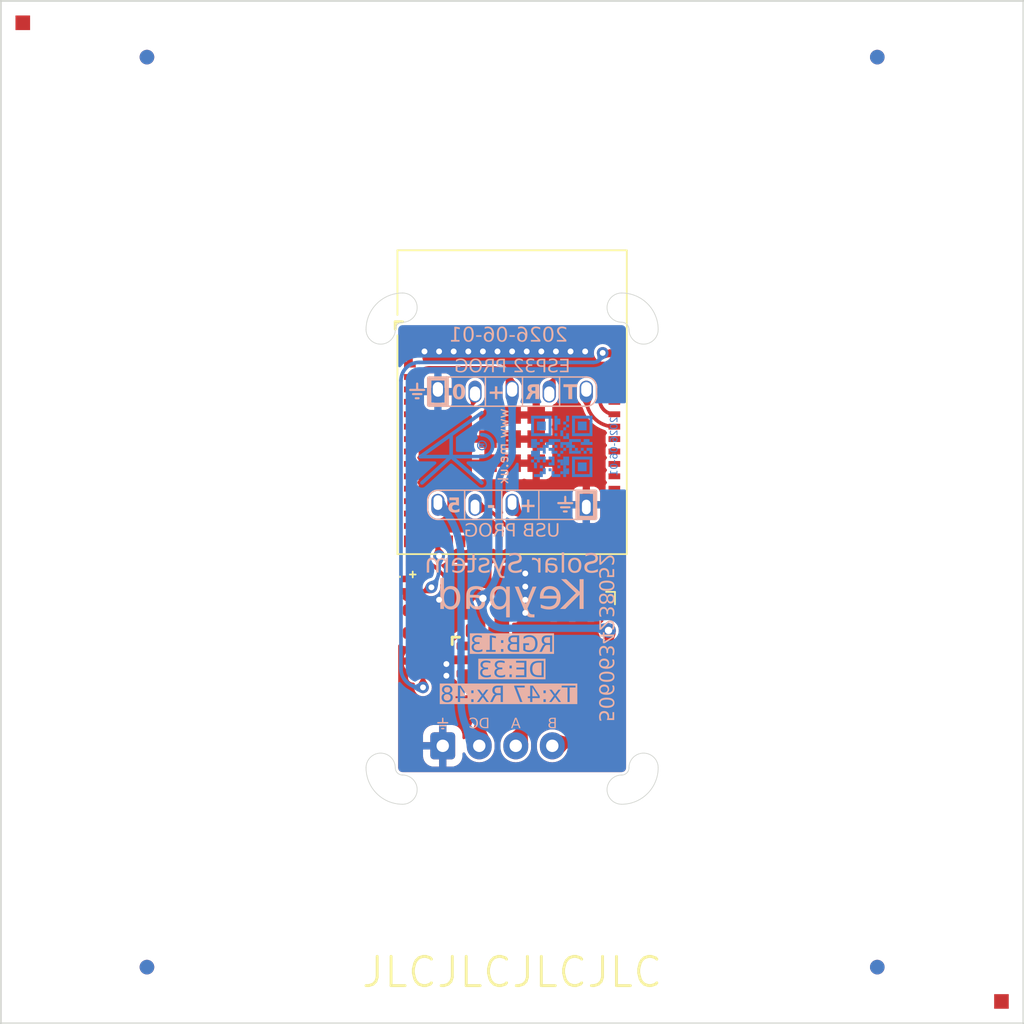
<source format=kicad_pcb>
(kicad_pcb (version 20221018) (generator pcbnew)
  (title_block (title "Generic ESP32 with GPIO") (rev "5") (company "Adrian Kennard Andrews & Arnold Ltd") (comment 1 "www.me.uk") (comment 2 "@TheRealRevK"))
  (layers (0 "F.Cu" signal) (31 "B.Cu" signal) (34 "B.Paste" user) (35 "F.Paste" user) (36 "B.SilkS" user "B.Silkscreen") (37 "F.SilkS" user "F.Silkscreen") (38 "B.Mask" user) (39 "F.Mask" user) (44 "Edge.Cuts" user))
  (net 0 "")
  (net 1 "GND")
  (net 2 "+3V3")
  (net 3 "Net-(U3-EN)")
  (net 5 "Net-(J1-Pin_3)")
  (net 6 "Net-(J1-Pin_4)")
  (net 8 "DC")
  (net 9 "D-")
  (net 10 "D+")
  (net 11 "Net-(J3-0)")
  (net 12 "Net-(J3-Rx)")
  (net 13 "Net-(J3-Tx)")
  (net 16 "LED")
  (net 18 "TX")
  (net 19 "RX")
  (net 20 "DE")
  (footprint "RevK:R_0402" (layer "F.Cu") (at 94.4 110.7 -90)
    (fp_text reference "R7" hide)
    (fp_text value "10K" hide)
    (pad "1" smd roundrect (at -0.5 0 270) (size 0.54 0.64) (layers "F.Cu" "F.Paste" "F.Mask") (net 2 "+3V3"))
    (pad "2" smd roundrect (at 0.5 0 270) (size 0.54 0.64) (layers "F.Cu" "F.Paste" "F.Mask") (net 3 "Net-(U3-EN)"))
  )
  (footprint "RevK:SMD1010" (layer "F.Cu") (at 93.075 105)
    (fp_text reference "D1" hide)
    (fp_text value "XL-1010RGBC-WS2812B" hide)
    (pad "1" smd rect (at -0.425 -0.425) (size 0.45 0.45) (layers "F.Cu" "F.Paste" "F.Mask"))
    (pad "2" smd rect (at 0.425 -0.425) (size 0.45 0.45) (layers "F.Cu" "F.Paste" "F.Mask") (net 2 "+3V3"))
    (pad "3" smd rect (at -0.425 0.425) (size 0.45 0.45) (layers "F.Cu" "F.Paste" "F.Mask") (net 1 "GND"))
    (pad "4" smd rect (at 0.425 0.425) (size 0.45 0.45) (layers "F.Cu" "F.Paste" "F.Mask") (net 16 "LED"))
  )
  (footprint "RevK:Molex_MiniSPOX_H4V" (layer "F.Cu") (at 99 116)
    (fp_text reference "J1" hide)
    (fp_text value "Keypad")
    (pad "1" thru_hole roundrect (at -3.75 0) (size 1.7 1.85) (drill 0.85) (layers "*.Cu" "*.Mask") (roundrect_rratio 0.1470588235) (net 1 "GND"))
    (pad "2" thru_hole oval (at -1.25 0) (size 1.7 1.85) (drill 0.85) (layers "*.Cu" "*.Mask") (net 8 "DC"))
    (pad "3" thru_hole oval (at 1.25 0) (size 1.7 1.85) (drill 0.85) (layers "*.Cu" "*.Mask") (net 5 "Net-(J1-Pin_3)"))
    (pad "4" thru_hole oval (at 3.75 0) (size 1.7 1.85) (drill 0.85) (layers "*.Cu" "*.Mask") (net 6 "Net-(J1-Pin_4)"))
  )
  (footprint "RevK:PCB7070" (layer "F.Cu") (at 100 100)
    (fp_text reference "PCB1" hide)
    (fp_text value "70x70" hide)
    (fp_text user "JLCJLCJLCJLC" (at 0 31.5 unlocked) (layer "F.SilkS") (effects (font (size 2 2) (thickness 0.2))))
    (fp_rect (start -34 -34) (end -33 -33) (fill solid) (layer "F.Cu"))
    (fp_rect (start 33 33) (end 34 34) (fill solid) (layer "F.Cu"))
    (fp_line (start -35 -35) (end 35 -35) (stroke (width 0.12)) (layer "Edge.Cuts"))
    (fp_line (start -35 35) (end -35 -35) (stroke (width 0.12)) (layer "Edge.Cuts"))
    (fp_line (start 35 -35) (end 35 35) (stroke (width 0.12)) (layer "Edge.Cuts"))
    (fp_line (start 35 35) (end -35 35) (stroke (width 0.12)) (layer "Edge.Cuts"))
    (pad "" np_thru_hole circle (at -33 33) (size 1.1 1.1) (drill 1.1) (layers "F&B.Cu" "*.Mask") (clearance 0.1))
    (pad "" np_thru_hole circle (at -30 -30) (size 2 2) (drill 2) (layers "F&B.Cu" "*.Mask") (clearance 0.1))
    (pad "" np_thru_hole circle (at -30 30) (size 2 2) (drill 2) (layers "F&B.Cu" "*.Mask") (clearance 0.1))
    (pad "" np_thru_hole circle (at 30 -30) (size 2 2) (drill 2) (layers "F&B.Cu" "*.Mask") (clearance 0.1))
    (pad "" np_thru_hole circle (at 30 30) (size 2 2) (drill 2) (layers "F&B.Cu" "*.Mask") (clearance 0.1))
    (pad "" np_thru_hole circle (at 33 -33) (size 1.1 1.1) (drill 1.1) (layers "F&B.Cu" "*.Mask") (clearance 0.1))
    (pad "1" smd circle (at -25 -31.15) (size 1 1) (property pad_prop_fiducial_loc) (layers "F.Cu" "F.Paste" "F.Mask") (clearance 0.5))
    (pad "1" smd circle (at -25 -31.15) (size 1 1) (property pad_prop_fiducial_loc) (layers "B.Cu" "B.Paste" "B.Mask") (clearance 0.5))
    (pad "1" smd circle (at -25 31.15) (size 1 1) (property pad_prop_fiducial_loc) (layers "F.Cu" "F.Paste" "F.Mask") (clearance 0.5))
    (pad "1" smd circle (at -25 31.15) (size 1 1) (property pad_prop_fiducial_loc) (layers "B.Cu" "B.Paste" "B.Mask") (clearance 0.5))
    (pad "1" smd circle (at 25 -31.15) (size 1 1) (property pad_prop_fiducial_loc) (layers "F.Cu" "F.Paste" "F.Mask") (clearance 0.5))
    (pad "1" smd circle (at 25 -31.15) (size 1 1) (property pad_prop_fiducial_loc) (layers "B.Cu" "B.Paste" "B.Mask") (clearance 0.5))
    (pad "1" smd circle (at 25 31.15) (size 1 1) (property pad_prop_fiducial_loc) (layers "F.Cu" "F.Paste" "F.Mask") (clearance 0.5))
    (pad "1" smd circle (at 25 31.15) (size 1 1) (property pad_prop_fiducial_loc) (layers "B.Cu" "B.Paste" "B.Mask") (clearance 0.5))
  )
  (footprint "RevK:SO-8_3.9x4.9mm_P1.27mm" (layer "F.Cu") (at 104.75 109 -90)
    (fp_text reference "U1" hide)
    (fp_text value "SP3485")
    (pad "1" smd roundrect (at -2.575 -1.905 270) (size 1.75 0.6) (layers "F.Cu" "F.Paste" "F.Mask") (net 19 "RX"))
    (pad "2" smd roundrect (at -2.575 -0.635 270) (size 1.75 0.6) (layers "F.Cu" "F.Paste" "F.Mask") (net 20 "DE"))
    (pad "3" smd roundrect (at -2.575 0.635 270) (size 1.75 0.6) (layers "F.Cu" "F.Paste" "F.Mask") (net 20 "DE"))
    (pad "4" smd roundrect (at -2.575 1.905 270) (size 1.75 0.6) (layers "F.Cu" "F.Paste" "F.Mask") (net 18 "TX"))
    (pad "5" smd roundrect (at 2.575 1.905 270) (size 1.75 0.6) (layers "F.Cu" "F.Paste" "F.Mask") (net 1 "GND"))
    (pad "6" smd roundrect (at 2.575 0.635 270) (size 1.75 0.6) (layers "F.Cu" "F.Paste" "F.Mask") (net 5 "Net-(J1-Pin_3)"))
    (pad "7" smd roundrect (at 2.575 -0.635 270) (size 1.75 0.6) (layers "F.Cu" "F.Paste" "F.Mask") (net 6 "Net-(J1-Pin_4)"))
    (pad "8" smd roundrect (at 2.575 -1.905 270) (size 1.75 0.6) (layers "F.Cu" "F.Paste" "F.Mask") (net 2 "+3V3"))
  )
  (footprint "RevK:C_0402" (layer "F.Cu") (at 94 107.775 -90)
    (fp_text reference "C2" hide)
    (fp_text value "100nF" hide)
    (pad "1" smd roundrect (at -0.5 0 270) (size 0.54 0.64) (layers "F.Cu" "F.Paste" "F.Mask") (net 2 "+3V3"))
    (pad "2" smd roundrect (at 0.5 0 270) (size 0.54 0.64) (layers "F.Cu" "F.Paste" "F.Mask") (net 1 "GND"))
  )
  (footprint "RevK:C_0603" (layer "F.Cu") (at 93 107.5 -90)
    (fp_text reference "C3" hide)
    (fp_text value "22uF")
    (pad "1" smd roundrect (at -0.775 0 270) (size 0.8 0.95) (layers "F.Cu" "F.Paste" "F.Mask") (net 2 "+3V3"))
    (pad "2" smd roundrect (at 0.775 0 270) (size 0.8 0.95) (layers "F.Cu" "F.Paste" "F.Mask") (net 1 "GND"))
  )
  (footprint "RevK:VCUT70N" (layer "F.Cu") (at 100 118 180)
    (fp_text reference "V6" hide)
    (fp_text value "~")
    (zone (net 0) (net_name "") (layers "F.Cu" "Cmts.User") (connect_pads (clearance 0)) (min_thickness 0.25)
      (keepout (tracks not_allowed) (vias allowed) (pads allowed) (copperpour not_allowed) (footprints allowed))
      (fill (thermal_gap 0.5) (thermal_bridge_width 0.5))
      (polygon (pts (xy 65 117.8) (xy 65 118.2) (xy 135 118.2) (xy 135 117.8)))
    )
    (zone (net 0) (net_name "") (layers "B.Cu" "Cmts.User") (connect_pads (clearance 0)) (min_thickness 0.25)
      (keepout (tracks not_allowed) (vias allowed) (pads allowed) (copperpour not_allowed) (footprints allowed))
      (fill (thermal_gap 0.5) (thermal_bridge_width 0.5))
      (polygon (pts (xy 65 117.8) (xy 65 118.2) (xy 135 118.2) (xy 135 117.8)))
    )
  )
  (footprint "RevK:VCUT70N" (layer "F.Cu") (at 92 100 90)
    (fp_text reference "V3" hide)
    (fp_text value "~")
    (zone (net 0) (net_name "") (layers "F.Cu" "Cmts.User") (connect_pads (clearance 0)) (min_thickness 0.25)
      (keepout (tracks not_allowed) (vias allowed) (pads allowed) (copperpour not_allowed) (footprints allowed))
      (fill (thermal_gap 0.5) (thermal_bridge_width 0.5))
      (polygon (pts (xy 92.2 65) (xy 91.8 65) (xy 91.8 135) (xy 92.2 135)))
    )
    (zone (net 0) (net_name "") (layers "B.Cu" "Cmts.User") (connect_pads (clearance 0)) (min_thickness 0.25)
      (keepout (tracks not_allowed) (vias allowed) (pads allowed) (copperpour not_allowed) (footprints allowed))
      (fill (thermal_gap 0.5) (thermal_bridge_width 0.5))
      (polygon (pts (xy 92.2 65) (xy 91.8 65) (xy 91.8 135) (xy 92.2 135)))
    )
  )
  (footprint "RevK:SOT-23-6-MD8942" (layer "F.Cu") (at 98 110.115 180)
    (fp_text reference "U5" hide)
    (fp_text value "MD8942")
    (pad "1" smd rect (at 0.7625 1.5 180) (size 0.525 0.8) (layers "F.Cu"))
    (pad "1" smd roundrect (at 0.775 2 180) (size 0.8 0.95) (layers "F.Cu" "F.Paste" "F.Mask"))
    (pad "1" smd roundrect (at 1.1375 0.95 180) (size 1.325 0.6) (layers "F.Cu" "F.Paste" "F.Mask"))
    (pad "2" smd roundrect (at 1.1375 0 180) (size 1.325 0.6) (layers "F.Cu" "F.Paste" "F.Mask") (net 1 "GND"))
    (pad "2" smd rect (at 1.8 0 180) (size 0.8 0.6) (layers "F.Cu") (net 1 "GND"))
    (pad "2" smd roundrect (at 2.300001 -1.9 180) (size 0.54 0.64) (layers "F.Cu" "F.Paste" "F.Mask") (net 1 "GND"))
    (pad "2" smd roundrect (at 2.5 -0.72 180) (size 0.95 3) (layers "F.Cu") (net 1 "GND"))
    (pad "2" smd roundrect (at 2.5 0.525 180) (size 0.95 0.8) (layers "F.Cu" "F.Paste" "F.Mask") (net 1 "GND"))
    (pad "3" smd roundrect (at 0.5 -1.9 180) (size 0.54 0.64) (layers "F.Cu" "F.Paste" "F.Mask"))
    (pad "3" smd rect (at 0.625 -1.355 180) (size 0.29 0.89) (layers "F.Cu"))
    (pad "3" smd roundrect (at 1.1375 -0.95 180) (size 1.325 0.6) (layers "F.Cu" "F.Paste" "F.Mask"))
    (pad "3" smd rect (at 1.3 -1.45 180) (size 0.54 1) (layers "F.Cu"))
    (pad "3" smd roundrect (at 1.300001 -1.9 180) (size 0.54 0.64) (layers "F.Cu" "F.Paste" "F.Mask"))
    (pad "4" smd roundrect (at -1.3 -1.9 180) (size 0.54 0.64) (layers "F.Cu" "F.Paste" "F.Mask"))
    (pad "4" smd rect (at -1.3 -1.42 180) (size 0.54 1) (layers "F.Cu"))
    (pad "4" smd roundrect (at -1.1375 -0.95 180) (size 1.325 0.6) (layers "F.Cu" "F.Paste" "F.Mask"))
    (pad "5" smd roundrect (at -2.5 -0.72 180) (size 0.95 3) (layers "F.Cu") (net 8 "DC"))
    (pad "5" smd roundrect (at -2.5 0.525 180) (size 0.95 0.8) (layers "F.Cu" "F.Paste" "F.Mask") (net 8 "DC"))
    (pad "5" smd roundrect (at -2.3 -1.9 180) (size 0.54 0.64) (layers "F.Cu" "F.Paste" "F.Mask") (net 8 "DC"))
    (pad "5" smd rect (at -1.8 0 180) (size 0.8 0.6) (layers "F.Cu") (net 8 "DC"))
    (pad "5" smd roundrect (at -1.1375 0 180) (size 1.325 0.6) (layers "F.Cu" "F.Paste" "F.Mask") (net 8 "DC"))
    (pad "6" smd rect (at -1.5 4.6 180) (size 1.425 3.7) (layers "F.Cu" "F.Mask"))
    (pad "6" smd rect (at -1.3 1.975 180) (size 1 2) (layers "F.Cu"))
    (pad "6" smd roundrect (at -1.1375 0.95 180) (size 1.325 0.6) (layers "F.Cu" "F.Paste" "F.Mask"))
    (pad "6" smd roundrect (at -0.775 2 180) (size 0.8 0.95) (layers "F.Cu" "F.Paste" "F.Mask"))
    (pad "7" smd roundrect (at -2.69375 4.2 180) (size 0.5625 4.5) (layers "F.Cu") (net 1 "GND"))
    (pad "7" smd roundrect (at -2.5 2.075 180) (size 0.95 0.8) (layers "F.Cu" "F.Paste" "F.Mask") (net 1 "GND"))
    (pad "8" smd roundrect (at -0.5 -1.9 180) (size 0.54 0.64) (layers "F.Cu" "F.Paste" "F.Mask") (net 2 "+3V3"))
    (pad "8" smd custom (at 0 0.8 180) (size 0.35 3) (layers "F.Cu") (net 2 "+3V3") (options (clearance outline) (anchor rect)) (primitives (gr_arc (start -0.5 -2.71) (mid -0.129059 -2.154847) (end 0.001198 -1.5) (width 0.35)) (gr_arc (start 1.5 3) (mid 0.43934 2.56066) (end 0 1.5) (width 0.35))))
    (pad "8" smd rect (at 1.5 4.6 180) (size 1.425 3.7) (layers "F.Cu" "F.Mask") (net 2 "+3V3"))
    (pad "8" smd custom (at 1.8 3.6 180) (size 0.7 2) (layers "F.Cu") (net 2 "+3V3") (options (clearance outline) (anchor rect)) (primitives (gr_arc (start 0 -1) (mid 0.146447 -1.353553) (end 0.5 -1.5) (width 0.7))))
    (pad "8" smd roundrect (at 2.5 2.075 180) (size 0.95 0.8) (layers "F.Cu" "F.Paste" "F.Mask") (net 2 "+3V3"))
  )
  (footprint "RevK:C_0402" (layer "F.Cu") (at 93.4 110.7 90)
    (fp_text reference "C4" hide)
    (fp_text value "1uF" hide)
    (pad "1" smd roundrect (at -0.5 0 90) (size 0.54 0.64) (layers "F.Cu" "F.Paste" "F.Mask") (net 3 "Net-(U3-EN)"))
    (pad "2" smd roundrect (at 0.5 0 90) (size 0.54 0.64) (layers "F.Cu" "F.Paste" "F.Mask") (net 1 "GND"))
  )
  (footprint "RevK:VCUT70N" (layer "F.Cu") (at 108 100 -90)
    (fp_text reference "V4" hide)
    (fp_text value "~")
    (zone (net 0) (net_name "") (layers "F.Cu" "Cmts.User") (connect_pads (clearance 0)) (min_thickness 0.25)
      (keepout (tracks not_allowed) (vias allowed) (pads allowed) (copperpour not_allowed) (footprints allowed))
      (fill (thermal_gap 0.5) (thermal_bridge_width 0.5))
      (polygon (pts (xy 107.8 135) (xy 108.2 135) (xy 108.2 65) (xy 107.8 65)))
    )
    (zone (net 0) (net_name "") (layers "B.Cu" "Cmts.User") (connect_pads (clearance 0)) (min_thickness 0.25)
      (keepout (tracks not_allowed) (vias allowed) (pads allowed) (copperpour not_allowed) (footprints allowed))
      (fill (thermal_gap 0.5) (thermal_bridge_width 0.5))
      (polygon (pts (xy 107.8 135) (xy 108.2 135) (xy 108.2 65) (xy 107.8 65)))
    )
  )
  (footprint "RevK:C_0603_" (layer "F.Cu") (at 95.5 108.815 -90)
    (fp_text reference "C7" hide)
    (fp_text value "10uF 6.3V")
  )
  (footprint "RevK:C_0603_" (layer "F.Cu") (at 100.5 108.815 -90)
    (fp_text reference "C6" hide)
    (fp_text value "10uF 35V")
  )
  (footprint "RevK:C_0603_" (layer "F.Cu") (at 98 108.115 180)
    (fp_text reference "C8" hide)
    (fp_text value "100nF")
  )
  (footprint "RevK:VCUT70N" (layer "F.Cu") (at 100 87)
    (fp_text reference "V1" hide)
    (fp_text value "~")
    (zone (net 0) (net_name "") (layers "F.Cu" "Cmts.User") (connect_pads (clearance 0)) (min_thickness 0.25)
      (keepout (tracks not_allowed) (vias allowed) (pads allowed) (copperpour not_allowed) (footprints allowed))
      (fill (thermal_gap 0.5) (thermal_bridge_width 0.5))
      (polygon (pts (xy 135 87.2) (xy 135 86.8) (xy 65 86.8) (xy 65 87.2)))
    )
    (zone (net 0) (net_name "") (layers "B.Cu" "Cmts.User") (connect_pads (clearance 0)) (min_thickness 0.25)
      (keepout (tracks not_allowed) (vias allowed) (pads allowed) (copperpour not_allowed) (footprints allowed))
      (fill (thermal_gap 0.5) (thermal_bridge_width 0.5))
      (polygon (pts (xy 135 87.2) (xy 135 86.8) (xy 65 86.8) (xy 65 87.2)))
    )
  )
  (footprint "RevK:R_0402_" (layer "F.Cu") (at 98 112.015 180)
    (fp_text reference "R5" hide)
    (fp_text value "124k" hide)
  )
  (footprint "RevK:R_0402_" (layer "F.Cu") (at 99.8 112.015 180)
    (fp_text reference "R9" hide)
    (fp_text value "1M" hide)
  )
  (footprint "RevK:R_0402_" (layer "F.Cu") (at 96.2 112.015 180)
    (fp_text reference "R6" hide)
    (fp_text value "39k2" hide)
  )
  (footprint "RevK:L_4x4_" (layer "F.Cu") (at 98 105.515 180)
    (fp_text reference "L2" hide)
    (fp_text value "10uH")
  )
  (footprint "RevK:ESP32-S3-MINI-1" (layer "F.Cu") (at 100 95)
    (fp_text reference "U3" hide)
    (fp_text value "ESP32-S3-MINI-1" hide)
    (pad "1" smd rect (at -7 -5.95 90) (size 0.4 0.8) (layers "F.Cu" "F.Paste" "F.Mask") (net 1 "GND"))
    (pad "2" smd rect (at -7 -5.1 90) (size 0.4 0.8) (layers "F.Cu" "F.Paste" "F.Mask") (net 1 "GND"))
    (pad "3" smd rect (at -7 -4.25 90) (size 0.4 0.8) (layers "F.Cu" "F.Paste" "F.Mask") (net 2 "+3V3"))
    (pad "4" smd rect (at -7 -3.4 90) (size 0.4 0.8) (layers "F.Cu" "F.Paste" "F.Mask") (net 11 "Net-(J3-0)"))
    (pad "5" smd rect (at -7 -2.55 90) (size 0.4 0.8) (layers "F.Cu" "F.Paste" "F.Mask"))
    (pad "6" smd rect (at -7 -1.7 90) (size 0.4 0.8) (layers "F.Cu" "F.Paste" "F.Mask"))
    (pad "7" smd rect (at -7 -0.85 90) (size 0.4 0.8) (layers "F.Cu" "F.Paste" "F.Mask"))
    (pad "8" smd rect (at -7 0 90) (size 0.4 0.8) (layers "F.Cu" "F.Paste" "F.Mask"))
    (pad "9" smd rect (at -7 0.85 90) (size 0.4 0.8) (layers "F.Cu" "F.Paste" "F.Mask"))
    (pad "10" smd rect (at -7 1.7 90) (size 0.4 0.8) (layers "F.Cu" "F.Paste" "F.Mask"))
    (pad "11" smd rect (at -7 2.55 90) (size 0.4 0.8) (layers "F.Cu" "F.Paste" "F.Mask"))
    (pad "12" smd rect (at -7 3.4 90) (size 0.4 0.8) (layers "F.Cu" "F.Paste" "F.Mask"))
    (pad "13" smd rect (at -7 4.25 90) (size 0.4 0.8) (layers "F.Cu" "F.Paste" "F.Mask"))
    (pad "14" smd rect (at -7 5.1 90) (size 0.4 0.8) (layers "F.Cu" "F.Paste" "F.Mask"))
    (pad "15" smd rect (at -7 5.95 90) (size 0.4 0.8) (layers "F.Cu" "F.Paste" "F.Mask"))
    (pad "16" smd rect (at -5.95 7) (size 0.4 0.8) (layers "F.Cu" "F.Paste" "F.Mask"))
    (pad "17" smd rect (at -5.1 7) (size 0.4 0.8) (layers "F.Cu" "F.Paste" "F.Mask") (net 16 "LED"))
    (pad "18" smd rect (at -4.25 7) (size 0.4 0.8) (layers "F.Cu" "F.Paste" "F.Mask"))
    (pad "19" smd rect (at -3.4 7) (size 0.4 0.8) (layers "F.Cu" "F.Paste" "F.Mask"))
    (pad "20" smd rect (at -2.55 7) (size 0.4 0.8) (layers "F.Cu" "F.Paste" "F.Mask"))
    (pad "21" smd rect (at -1.7 7) (size 0.4 0.8) (layers "F.Cu" "F.Paste" "F.Mask"))
    (pad "22" smd rect (at -0.85 7) (size 0.4 0.8) (layers "F.Cu" "F.Paste" "F.Mask"))
    (pad "23" smd rect (at 0 7) (size 0.4 0.8) (layers "F.Cu" "F.Paste" "F.Mask") (net 9 "D-"))
    (pad "24" smd rect (at 0.85 7) (size 0.4 0.8) (layers "F.Cu" "F.Paste" "F.Mask") (net 10 "D+"))
    (pad "25" smd rect (at 1.7 7) (size 0.4 0.8) (layers "F.Cu" "F.Paste" "F.Mask"))
    (pad "26" smd rect (at 2.55 7) (size 0.4 0.8) (layers "F.Cu" "F.Paste" "F.Mask"))
    (pad "27" smd rect (at 3.4 7) (size 0.4 0.8) (layers "F.Cu" "F.Paste" "F.Mask") (net 18 "TX"))
    (pad "28" smd rect (at 4.25 7) (size 0.4 0.8) (layers "F.Cu" "F.Paste" "F.Mask") (net 20 "DE"))
    (pad "29" smd rect (at 5.1 7) (size 0.4 0.8) (layers "F.Cu" "F.Paste" "F.Mask"))
    (pad "30" smd rect (at 5.95 7) (size 0.4 0.8) (layers "F.Cu" "F.Paste" "F.Mask") (net 19 "RX"))
    (pad "31" smd rect (at 7 5.95 90) (size 0.4 0.8) (layers "F.Cu" "F.Paste" "F.Mask"))
    (pad "32" smd rect (at 7 5.1 90) (size 0.4 0.8) (layers "F.Cu" "F.Paste" "F.Mask"))
    (pad "33" smd rect (at 7 4.25 90) (size 0.4 0.8) (layers "F.Cu" "F.Paste" "F.Mask"))
    (pad "34" smd rect (at 7 3.4 90) (size 0.4 0.8) (layers "F.Cu" "F.Paste" "F.Mask"))
    (pad "35" smd rect (at 7 2.55 90) (size 0.4 0.8) (layers "F.Cu" "F.Paste" "F.Mask"))
    (pad "36" smd rect (at 7 1.7 90) (size 0.4 0.8) (layers "F.Cu" "F.Paste" "F.Mask"))
    (pad "37" smd rect (at 7 0.85 90) (size 0.4 0.8) (layers "F.Cu" "F.Paste" "F.Mask"))
    (pad "38" smd rect (at 7 0 90) (size 0.4 0.8) (layers "F.Cu" "F.Paste" "F.Mask"))
    (pad "39" smd rect (at 7 -0.85 90) (size 0.4 0.8) (layers "F.Cu" "F.Paste" "F.Mask") (net 13 "Net-(J3-Tx)"))
    (pad "40" smd rect (at 7 -1.7 90) (size 0.4 0.8) (layers "F.Cu" "F.Paste" "F.Mask") (net 12 "Net-(J3-Rx)"))
    (pad "41" smd rect (at 7 -2.55 90) (size 0.4 0.8) (layers "F.Cu" "F.Paste" "F.Mask"))
    (pad "42" smd rect (at 7 -3.4 90) (size 0.4 0.8) (layers "F.Cu" "F.Paste" "F.Mask") (net 1 "GND"))
    (pad "43" smd rect (at 7 -4.25 90) (size 0.4 0.8) (layers "F.Cu" "F.Paste" "F.Mask") (net 1 "GND"))
    (pad "44" smd rect (at 7 -5.1 90) (size 0.4 0.8) (layers "F.Cu" "F.Paste" "F.Mask") (net 1 "GND"))
    (pad "45" smd rect (at 7 -5.95 90) (size 0.4 0.8) (layers "F.Cu" "F.Paste" "F.Mask") (net 3 "Net-(U3-EN)"))
    (pad "46" smd rect (at 5.95 -7) (size 0.4 0.8) (layers "F.Cu" "F.Paste" "F.Mask") (net 1 "GND"))
    (pad "47" smd rect (at 5.1 -7) (size 0.4 0.8) (layers "F.Cu" "F.Paste" "F.Mask") (net 1 "GND"))
    (pad "48" smd rect (at 4.25 -7) (size 0.4 0.8) (layers "F.Cu" "F.Paste" "F.Mask") (net 1 "GND"))
    (pad "49" smd rect (at 3.4 -7) (size 0.4 0.8) (layers "F.Cu" "F.Paste" "F.Mask") (net 1 "GND"))
    (pad "50" smd rect (at 2.55 -7) (size 0.4 0.8) (layers "F.Cu" "F.Paste" "F.Mask") (net 1 "GND"))
    (pad "51" smd rect (at 1.7 -7) (size 0.4 0.8) (layers "F.Cu" "F.Paste" "F.Mask") (net 1 "GND"))
    (pad "52" smd rect (at 0.85 -7) (size 0.4 0.8) (layers "F.Cu" "F.Paste" "F.Mask") (net 1 "GND"))
    (pad "53" smd rect (at 0 -7) (size 0.4 0.8) (layers "F.Cu" "F.Paste" "F.Mask") (net 1 "GND"))
    (pad "54" smd rect (at -0.85 -7) (size 0.4 0.8) (layers "F.Cu" "F.Paste" "F.Mask") (net 1 "GND"))
    (pad "55" smd rect (at -1.7 -7) (size 0.4 0.8) (layers "F.Cu" "F.Paste" "F.Mask") (net 1 "GND"))
    (pad "56" smd rect (at -2.55 -7) (size 0.4 0.8) (layers "F.Cu" "F.Paste" "F.Mask") (net 1 "GND"))
    (pad "57" smd rect (at -3.4 -7) (size 0.4 0.8) (layers "F.Cu" "F.Paste" "F.Mask") (net 1 "GND"))
    (pad "58" smd rect (at -4.25 -7) (size 0.4 0.8) (layers "F.Cu" "F.Paste" "F.Mask") (net 1 "GND"))
    (pad "59" smd rect (at -5.1 -7) (size 0.4 0.8) (layers "F.Cu" "F.Paste" "F.Mask") (net 1 "GND"))
    (pad "60" smd rect (at -5.95 -7) (size 0.4 0.8) (layers "F.Cu" "F.Paste" "F.Mask") (net 1 "GND"))
    (pad "61" smd roundrect (at -1.65 -1.65) (size 1.2 1.2) (layers "F.Cu" "F.Paste" "F.Mask") (roundrect_rratio 0) (chamfer_ratio 0.5) (chamfer top_left) (net 1 "GND"))
    (pad "61" smd rect (at -1.65 0 90) (size 1.2 1.2) (layers "F.Cu" "F.Paste" "F.Mask") (net 1 "GND"))
    (pad "61" smd rect (at -1.65 1.65 90) (size 1.2 1.2) (layers "F.Cu" "F.Paste" "F.Mask") (net 1 "GND"))
    (pad "61" smd rect (at 0 -1.65) (size 1.2 1.2) (layers "F.Cu" "F.Paste" "F.Mask") (net 1 "GND"))
    (pad "61" smd rect (at 0 0) (size 1.2 1.2) (layers "F.Cu" "F.Paste" "F.Mask") (net 1 "GND"))
    (pad "61" smd rect (at 0 1.65) (size 1.2 1.2) (layers "F.Cu" "F.Paste" "F.Mask") (net 1 "GND"))
    (pad "61" smd rect (at 1.65 -1.65) (size 1.2 1.2) (layers "F.Cu" "F.Paste" "F.Mask") (net 1 "GND"))
    (pad "61" smd rect (at 1.65 0) (size 1.2 1.2) (layers "F.Cu" "F.Paste" "F.Mask") (net 1 "GND"))
    (pad "61" smd rect (at 1.65 1.65) (size 1.2 1.2) (layers "F.Cu" "F.Paste" "F.Mask") (net 1 "GND"))
    (pad "62" smd rect (at -7 -7) (size 0.8 0.8) (layers "F.Cu" "F.Paste" "F.Mask") (net 1 "GND"))
    (pad "63" smd rect (at -7 7) (size 0.8 0.8) (layers "F.Cu" "F.Paste" "F.Mask") (net 1 "GND"))
    (pad "64" smd rect (at 7 7) (size 0.8 0.8) (layers "F.Cu" "F.Paste" "F.Mask") (net 1 "GND"))
    (pad "65" smd rect (at 7 -7) (size 0.8 0.8) (layers "F.Cu" "F.Paste" "F.Mask") (net 1 "GND"))
    (zone (net 0) (net_name "") (layers "F.Cu" "In1.Cu" "In2.Cu" "In3.Cu" "In4.Cu" "In5.Cu" "In6.Cu" "In7.Cu" "In8.Cu" "In9.Cu" "In10.Cu" "In11.Cu" "In12.Cu" "In13.Cu" "In14.Cu" "In15.Cu" "In16.Cu" "In17.Cu" "In18.Cu" "In19.Cu" "In20.Cu" "In21.Cu" "In22.Cu" "In23.Cu" "In24.Cu" "In25.Cu" "In26.Cu" "In27.Cu" "In28.Cu" "In29.Cu" "In30.Cu") (connect_pads (clearance 0)) (min_thickness 0.01)
      (keepout (tracks not_allowed) (vias not_allowed) (pads not_allowed) (copperpour not_allowed) (footprints not_allowed))
      (fill (thermal_gap 0.508) (thermal_bridge_width 0.508))
      (polygon (pts (xy 92.3 82.225) (xy 107.7 82.225) (xy 107.7 87.275) (xy 92.3 87.275)))
    )
    (zone (net 0) (net_name "") (layer "B.Cu") (connect_pads (clearance 0)) (min_thickness 0.01)
      (keepout (tracks not_allowed) (vias not_allowed) (pads not_allowed) (copperpour not_allowed) (footprints not_allowed))
      (fill (thermal_gap 0.508) (thermal_bridge_width 0.508))
      (polygon (pts (xy 92.3 82.15) (xy 107.7 82.15) (xy 107.7 86.8) (xy 92.3 86.8)))
    )
  )
  (footprint "RevK:C_0402" (layer "F.Cu") (at 93.5 103.5 180)
    (fp_text reference "C5" hide)
    (fp_text value "100nF" hide)
    (pad "1" smd roundrect (at -0.5 0 180) (size 0.54 0.64) (layers "F.Cu" "F.Paste" "F.Mask") (net 2 "+3V3"))
    (pad "2" smd roundrect (at 0.5 0 180) (size 0.54 0.64) (layers "F.Cu" "F.Paste" "F.Mask") (net 1 "GND"))
  )
  (footprint "RevK:AJK" (layer "B.Cu") (at 95.825 96.2 -90)
    (fp_text reference "Logo1" hide)
    (fp_text value "AJK" hide)
    (fp_text user "www.me.uk" (at -0.7 -3.575 90 unlocked) (layer "B.SilkS") (effects (font (size 0.65 0.65) (thickness 0.1)) (justify mirror)))
    (fp_line (start -0.85 -2.11) (end -0.75 -2.11) (stroke (width 0.08)) (layer "B.Cu"))
    (fp_line (start -0.85 -1.95) (end -0.85 -2.25) (stroke (width 0.08)) (layer "B.Cu"))
    (fp_line (start -0.85 -1.95) (end -0.75 -1.95) (stroke (width 0.08)) (layer "B.Cu"))
    (fp_line (start -0.75 -2.11) (end -0.65 -2.25) (stroke (width 0.08)) (layer "B.Cu"))
    (fp_line (start 0 0) (end -1.5 0) (stroke (width 0.25)) (layer "B.Cu"))
    (fp_line (start 0 0) (end 1.8 -2.1) (stroke (width 0.25)) (layer "B.Cu"))
    (fp_line (start 0 2.1) (end -3 -2.1) (stroke (width 0.25)) (layer "B.Cu"))
    (fp_line (start 0 2.1) (end 0 -2.1) (stroke (width 0.25)) (layer "B.Cu"))
    (fp_line (start 1.8 2) (end 0 0) (stroke (width 0.25)) (layer "B.Cu"))
    (fp_arc (start -1.5 -2.1) (mid -0.75 -2.85) (end 0 -2.1) (stroke (width 0.25)) (layer "B.Cu"))
    (fp_arc (start -0.75 -2.11) (mid -0.67 -2.03) (end -0.75 -1.95) (stroke (width 0.08)) (layer "B.Cu"))
    (fp_circle (center -0.77 -2.11) (end -0.47 -2.11) (stroke (width 0.08)) (fill none) (layer "B.Cu"))
  )
  (footprint "RevK:USB-PROG" (layer "B.Cu") (at 100 99.5)
    (fp_text reference "J2" hide)
    (fp_text value "USB-PROG" hide)
    (fp_text user "USB PROG" (at -0.01 1.8 unlocked) (layer "B.SilkS") (effects (font (size 0.9 0.9) (thickness 0.1)) (justify mirror)))
    (fp_text user "⏚" (at 3.6375 0 unlocked) (layer "B.SilkS") (effects (justify mirror)))
    (fp_text user "5" (at -3.98 0.1 unlocked) (layer "B.SilkS") (effects (font (thickness 0.1) bold) (justify mirror)))
    (fp_text user "+" (at 1.1 0.1 unlocked) (layer "B.SilkS") (effects (font (thickness 0.1) bold) (justify mirror)))
    (fp_text user "-" (at -1.44 0.1 unlocked) (layer "B.SilkS") (effects (font (thickness 0.1) bold) (justify mirror)))
    (pad "1" thru_hole oval (at -5.08 -0.15 270) (size 1.5 0.9) (drill oval 1 0.6 (offset 0.15 0)) (layers "*.Cu" "*.Mask") (net 8 "DC"))
    (pad "2" thru_hole oval (at -2.54 0.15 270) (size 1.5 0.9) (drill oval 1 0.6 (offset -0.15 0)) (layers "*.Cu" "*.Mask") (net 9 "D-"))
    (pad "3" thru_hole oval (at 0 -0.15 270) (size 1.5 0.9) (drill oval 1 0.6 (offset 0.15 0)) (layers "*.Cu" "*.Mask") (net 10 "D+"))
    (pad "4" thru_hole rect (at 5.08 0.15 90) (size 1.5 0.9) (drill oval 1 0.6 (offset 0.15 0)) (layers "*.Cu" "*.Mask") (net 1 "GND"))
  )
  (footprint "RevK:QR-SS" (layer "B.Cu") (at 103.4 95.5 -90)
    (fp_text reference "U4" hide)
    (fp_text value "QR" hide)
    (fp_text user "${CURRENT_DATE}" (at 0 -3.6 90) (layer "B.Cu") (effects (font (size 0.5 0.5) (thickness 0.1)) (justify mirror)))
    (pad "-" smd rect (at -2 -1.3 270) (size 0.2 1.2) (layers "B.Cu") (clearance 0.2))
    (pad "-" smd rect (at -2 0.4 270) (size 0.2 0.2) (layers "B.Cu") (clearance 0.2))
    (pad "-" smd rect (at -2 1.5 270) (size 0.2 1.2) (layers "B.Cu") (clearance 0.2))
    (pad "-" smd rect (at -1.9 -0.4 270) (size 0.4 0.2) (layers "B.Cu") (clearance 0.2))
    (pad "-" smd rect (at -1.7 0.3 270) (size 0.4 0.4) (layers "B.Cu") (clearance 0.2))
    (pad "-" smd rect (at -1.6 -0.2 270) (size 0.2 0.2) (layers "B.Cu") (clearance 0.2))
    (pad "-" smd rect (at -1.4 -2 270) (size 1.4 0.2) (layers "B.Cu") (clearance 0.2))
    (pad "-" smd rect (at -1.4 -1.4 270) (size 0.6 0.6) (layers "B.Cu") (clearance 0.2))
    (pad "-" smd rect (at -1.4 -0.8 270) (size 1 0.2) (layers "B.Cu") (clearance 0.2))
    (pad "-" smd rect (at -1.4 -0.4 270) (size 0.2 0.2) (layers "B.Cu") (clearance 0.2))
    (pad "-" smd rect (at -1.4 0.8 270) (size 1.4 0.2) (layers "B.Cu") (clearance 0.2))
    (pad "-" smd rect (at -1.4 1.4 270) (size 0.6 0.6) (layers "B.Cu") (clearance 0.2))
    (pad "-" smd rect (at -1.4 2 270) (size 1 0.2) (layers "B.Cu") (clearance 0.2))
    (pad "-" smd rect (at -1.3 0.4 270) (size 0.4 0.2) (layers "B.Cu") (clearance 0.2))
    (pad "-" smd rect (at -1.2 -0.2 270) (size 0.2 0.2) (layers "B.Cu") (clearance 0.2))
    (pad "-" smd rect (at -0.9 0 270) (size 0.4 0.2) (layers "B.Cu") (clearance 0.2))
    (pad "-" smd rect (at -0.8 -1.3 270) (size 0.2 1.2) (layers "B.Cu") (clearance 0.2))
    (pad "-" smd rect (at -0.8 0.4 270) (size 0.2 0.2) (layers "B.Cu") (clearance 0.2))
    (pad "-" smd rect (at -0.8 1.5 270) (size 0.2 1.2) (layers "B.Cu") (clearance 0.2))
    (pad "-" smd rect (at -0.7 -0.4 270) (size 0.4 0.2) (layers "B.Cu") (clearance 0.2))
    (pad "-" smd rect (at -0.6 -0.2 270) (size 0.2 0.2) (layers "B.Cu") (clearance 0.2))
    (pad "-" smd rect (at -0.4 -1.7 270) (size 0.2 0.4) (layers "B.Cu") (clearance 0.2))
    (pad "-" smd rect (at -0.4 -0.9 270) (size 0.2 0.8) (layers "B.Cu") (clearance 0.2))
    (pad "-" smd rect (at -0.4 0.5 270) (size 0.2 0.8) (layers "B.Cu") (clearance 0.2))
    (pad "-" smd rect (at -0.4 1.4 270) (size 0.2 0.2) (layers "B.Cu") (clearance 0.2))
    (pad "-" smd rect (at -0.4 1.9 270) (size 0.2 0.4) (layers "B.Cu") (clearance 0.2))
    (pad "-" smd rect (at -0.2 -1.7 270) (size 0.2 0.8) (layers "B.Cu") (clearance 0.2))
    (pad "-" smd rect (at -0.2 -0.3 270) (size 0.2 0.8) (layers "B.Cu") (clearance 0.2))
    (pad "-" smd rect (at -0.2 0.8 270) (size 0.2 0.6) (layers "B.Cu") (clearance 0.2))
    (pad "-" smd rect (at -0.2 1.8 270) (size 0.2 0.6) (layers "B.Cu") (clearance 0.2))
    (pad "-" smd rect (at 0 -0.6 270) (size 0.2 0.6) (layers "B.Cu") (clearance 0.2))
    (pad "-" smd rect (at 0 0 270) (size 0.2 0.2) (layers "B.Cu") (clearance 0.2))
    (pad "-" smd rect (at 0 0.4 270) (size 0.2 0.2) (layers "B.Cu") (clearance 0.2))
    (pad "-" smd rect (at 0 1.1 270) (size 0.2 0.4) (layers "B.Cu") (clearance 0.2))
    (pad "-" smd rect (at 0 1.9 270) (size 0.2 0.4) (layers "B.Cu") (clearance 0.2))
    (pad "-" smd rect (at 0.2 -1.8 270) (size 0.2 0.2) (layers "B.Cu") (clearance 0.2))
    (pad "-" smd rect (at 0.2 -1.4 270) (size 0.2 0.2) (layers "B.Cu") (clearance 0.2))
    (pad "-" smd rect (at 0.2 -1 270) (size 0.2 0.2) (layers "B.Cu") (clearance 0.2))
    (pad "-" smd rect (at 0.2 -0.6 270) (size 0.2 0.2) (layers "B.Cu") (clearance 0.2))
    (pad "-" smd rect (at 0.2 -0.2 270) (size 0.2 0.2) (layers "B.Cu") (clearance 0.2))
    (pad "-" smd rect (at 0.2 0.7 270) (size 0.2 0.4) (layers "B.Cu") (clearance 0.2))
    (pad "-" smd rect (at 0.2 1.5 270) (size 0.2 0.4) (layers "B.Cu") (clearance 0.2))
    (pad "-" smd rect (at 0.3 -2 270) (size 0.4 0.2) (layers "B.Cu") (clearance 0.2))
    (pad "-" smd rect (at 0.3 1.2 270) (size 0.4 0.2) (layers "B.Cu") (clearance 0.2))
    (pad "-" smd rect (at 0.4 -1.6 270) (size 0.2 0.2) (layers "B.Cu") (clearance 0.2))
    (pad "-" smd rect (at 0.4 -0.9 270) (size 0.2 0.8) (layers "B.Cu") (clearance 0.2))
    (pad "-" smd rect (at 0.4 0 270) (size 0.2 0.2) (layers "B.Cu") (clearance 0.2))
    (pad "-" smd rect (at 0.4 0.5 270) (size 0.2 0.4) (layers "B.Cu") (clearance 0.2))
    (pad "-" smd rect (at 0.5 1.8 270) (size 0.4 0.6) (layers "B.Cu") (clearance 0.2))
    (pad "-" smd rect (at 0.6 0.2 270) (size 0.2 0.2) (layers "B.Cu") (clearance 0.2))
    (pad "-" smd rect (at 0.8 -1.3 270) (size 0.2 1.2) (layers "B.Cu") (clearance 0.2))
    (pad "-" smd rect (at 0.8 0.8 270) (size 0.2 0.2) (layers "B.Cu") (clearance 0.2))
    (pad "-" smd rect (at 0.8 1.6 270) (size 0.2 0.6) (layers "B.Cu") (clearance 0.2))
    (pad "-" smd rect (at 0.9 1.2 270) (size 0.4 0.2) (layers "B.Cu") (clearance 0.2))
    (pad "-" smd rect (at 1 -0.3 270) (size 0.6 0.4) (layers "B.Cu") (clearance 0.2))
    (pad "-" smd rect (at 1 0.2 270) (size 0.2 0.2) (layers "B.Cu") (clearance 0.2))
    (pad "-" smd rect (at 1 0.6 270) (size 0.6 0.2) (layers "B.Cu") (clearance 0.2))
    (pad "-" smd rect (at 1 1.6 270) (size 0.2 0.2) (layers "B.Cu") (clearance 0.2))
    (pad "-" smd rect (at 1 2 270) (size 0.2 0.2) (layers "B.Cu") (clearance 0.2))
    (pad "-" smd rect (at 1.1 0 270) (size 0.4 0.2) (layers "B.Cu") (clearance 0.2))
    (pad "-" smd rect (at 1.2 0.8 270) (size 0.2 0.2) (layers "B.Cu") (clearance 0.2))
    (pad "-" smd rect (at 1.3 1.8 270) (size 0.4 0.2) (layers "B.Cu") (clearance 0.2))
    (pad "-" smd rect (at 1.4 -2 270) (size 1.4 0.2) (layers "B.Cu") (clearance 0.2))
    (pad "-" smd rect (at 1.4 -1.4 270) (size 0.6 0.6) (layers "B.Cu") (clearance 0.2))
    (pad "-" smd rect (at 1.4 -0.8 270) (size 1 0.2) (layers "B.Cu") (clearance 0.2))
    (pad "-" smd rect (at 1.4 -0.2 270) (size 0.2 0.2) (layers "B.Cu") (clearance 0.2))
    (pad "-" smd rect (at 1.4 0.2 270) (size 0.2 0.2) (layers "B.Cu") (clearance 0.2))
    (pad "-" smd rect (at 1.4 1.4 270) (size 0.2 0.2) (layers "B.Cu") (clearance 0.2))
    (pad "-" smd rect (at 1.6 0.8 270) (size 0.2 0.2) (layers "B.Cu") (clearance 0.2))
    (pad "-" smd rect (at 1.7 -0.3 270) (size 0.4 0.4) (layers "B.Cu") (clearance 0.2))
    (pad "-" smd rect (at 1.7 1.2 270) (size 0.4 0.2) (layers "B.Cu") (clearance 0.2))
    (pad "-" smd rect (at 1.8 0 270) (size 0.2 0.2) (layers "B.Cu") (clearance 0.2))
    (pad "-" smd rect (at 1.8 0.6 270) (size 0.2 0.2) (layers "B.Cu") (clearance 0.2))
    (pad "-" smd rect (at 1.9 1.4 270) (size 0.4 0.2) (layers "B.Cu") (clearance 0.2))
    (pad "-" smd rect (at 2 -1.3 270) (size 0.2 1.2) (layers "B.Cu") (clearance 0.2))
    (pad "-" smd rect (at 2 -0.2 270) (size 0.2 0.2) (layers "B.Cu") (clearance 0.2))
    (pad "-" smd rect (at 2 0.4 270) (size 0.2 0.6) (layers "B.Cu") (clearance 0.2))
    (pad "-" smd rect (at 2 1.7 270) (size 0.2 0.4) (layers "B.Cu") (clearance 0.2))
    (zone (net 0) (net_name "") (layer "B.Cu") (connect_pads (clearance 0)) (min_thickness 0.254)
      (keepout (tracks not_allowed) (vias not_allowed) (pads allowed) (copperpour not_allowed) (footprints not_allowed))
      (fill (thermal_gap 0.508) (thermal_bridge_width 0.508))
      (polygon (pts (xy 107.75 98.45) (xy 107.75 92.55) (xy 100.45 92.55) (xy 100.45 98.45)))
    )
  )
  (footprint "RevK:Shelly" (layer "B.Cu") (at 100 91.75 180)
    (fp_text reference "J3" hide)
    (fp_text value "Shelly" hide)
    (fp_text user "0" (at 3.6375 -0.1 unlocked) (layer "B.SilkS") (effects (font (thickness 0.1) bold) (justify mirror)))
    (fp_text user "R" (at -1.4425 -0.1 unlocked) (layer "B.SilkS") (effects (font (thickness 0.1) bold) (justify mirror)))
    (fp_text user "+" (at 1.0975 -0.1 unlocked) (layer "B.SilkS") (effects (font (thickness 0.1) bold) (justify mirror)))
    (fp_text user "T" (at -3.9825 -0.1 unlocked) (layer "B.SilkS") (effects (font (thickness 0.1) bold) (justify mirror)))
    (fp_text user "⏚" (at 6.5 0 unlocked) (layer "B.SilkS") (effects (justify mirror)))
    (fp_text user "ESP32 PROG" (at -0.01 1.7 unlocked) (layer "B.SilkS") (effects (font (size 0.9 0.9) (thickness 0.1)) (justify mirror)))
    (pad "1" thru_hole rect (at 5.08 0.15 270) (size 1.5 0.9) (drill oval 1 0.7 (offset 0.15 0)) (layers "*.Cu" "*.Mask") (net 1 "GND"))
    (pad "2" thru_hole oval (at 2.54 -0.15 270) (size 1.5 0.9) (drill oval 1 0.7 (offset -0.15 0)) (layers "*.Cu" "*.Mask") (net 11 "Net-(J3-0)"))
    (pad "3" thru_hole oval (at 0 0.15 270) (size 1.5 0.9) (drill oval 1 0.7 (offset 0.15 0)) (layers "*.Cu" "*.Mask") (net 2 "+3V3"))
    (pad "4" thru_hole oval (at -2.54 -0.15 270) (size 1.5 0.9) (drill oval 1 0.7 (offset -0.15 0)) (layers "*.Cu" "*.Mask") (net 12 "Net-(J3-Rx)"))
    (pad "5" thru_hole oval (at -5.08 0.15 270) (size 1.5 0.9) (drill oval 1 0.7 (offset 0.15 0)) (layers "*.Cu" "*.Mask") (net 13 "Net-(J3-Tx)"))
  )
  (gr_arc (start 92.5 118) (mid 92.146447 117.853553) (end 92 117.5) (stroke (width 0.05)) (layer "Edge.Cuts"))
  (gr_arc (start 107.5 85) (mid 109.267767 85.732233) (end 110 87.5) (stroke (width 0.05)) (layer "Edge.Cuts"))
  (gr_arc (start 108 117.5) (mid 107.853553 117.853553) (end 107.5 118) (stroke (width 0.05)) (layer "Edge.Cuts"))
  (gr_arc (start 110 117.5) (mid 109.267767 119.267767) (end 107.5 120) (stroke (width 0.05)) (layer "Edge.Cuts"))
  (gr_arc (start 107.5 87) (mid 106.5 86) (end 107.5 85) (stroke (width 0.05)) (layer "Edge.Cuts"))
  (gr_arc (start 110 87.5) (mid 109 88.5) (end 108 87.5) (stroke (width 0.05)) (layer "Edge.Cuts"))
  (gr_arc (start 92 87.5) (mid 91 88.5) (end 90 87.5) (stroke (width 0.05)) (layer "Edge.Cuts"))
  (gr_arc (start 90 117.5) (mid 91 116.5) (end 92 117.5) (stroke (width 0.05)) (layer "Edge.Cuts"))
  (gr_arc (start 90 87.5) (mid 90.732233 85.732233) (end 92.5 85) (stroke (width 0.05)) (layer "Edge.Cuts"))
  (gr_arc (start 107.5 87) (mid 107.853553 87.146447) (end 108 87.5) (stroke (width 0.05)) (layer "Edge.Cuts"))
  (gr_arc (start 107.5 120) (mid 106.5 119) (end 107.5 118) (stroke (width 0.05)) (layer "Edge.Cuts"))
  (gr_arc (start 92.5 118) (mid 93.5 119) (end 92.5 120) (stroke (width 0.05)) (layer "Edge.Cuts"))
  (gr_arc (start 108 117.5) (mid 109 116.5) (end 110 117.5) (stroke (width 0.05)) (layer "Edge.Cuts"))
  (gr_arc (start 92.5 120) (mid 90.732233 119.267767) (end 90 117.5) (stroke (width 0.05)) (layer "Edge.Cuts"))
  (gr_arc (start 92.5 85) (mid 93.5 86) (end 92.5 87) (stroke (width 0.05)) (layer "Edge.Cuts"))
  (gr_arc (start 92 87.5) (mid 92.146447 87.146447) (end 92.5 87) (stroke (width 0.05)) (layer "Edge.Cuts"))
  (gr_text "A" (at 100.25 114.5) (layer "B.SilkS") (effects (font (size 0.7 0.7) (thickness 0.08)) (justify mirror)))
  (gr_text "5060634238052" (at 105.8 108.6 -90) (layer "B.SilkS") (effects (font (size 1 1)) (justify bottom mirror)))
  (gr_text "${CURRENT_DATE}" (at 99.75 88.5) (layer "B.SilkS") (effects (font (size 1 1)) (justify bottom mirror)))
  (gr_text "Keypad" (at 100 105.8) (layer "B.SilkS") (effects (font (size 2 2)) (justify mirror)))
  (gr_text "⏚" (at 95.25 114.5) (layer "B.SilkS") (effects (font (size 0.7 0.7) (thickness 0.1)) (justify mirror)))
  (gr_text "Solar System" (at 100 103.6) (layer "B.SilkS") (effects (font (size 1.3 1.3)) (justify mirror)))
  (gr_text "DE:33" (at 100 110.2) (layer "B.SilkS" knockout) (effects (font (size 1.1 1.1)) (justify top mirror)))
  (gr_text "Tx:47 Rx:48" (at 99.7 111.9) (layer "B.SilkS" knockout) (effects (font (size 1.1 1.1)) (justify top mirror)))
  (gr_text "RGB:13" (at 100 109.75) (layer "B.SilkS" knockout) (effects (font (size 1.1 1.1)) (justify bottom mirror)))
  (gr_text "DC" (at 97.75 114.5) (layer "B.SilkS") (effects (font (size 0.7 0.7) (thickness 0.08)) (justify mirror)))
  (gr_text "B" (at 102.75 114.5) (layer "B.SilkS") (effects (font (size 0.7 0.7) (thickness 0.08)) (justify mirror)))
  (segment (start 93 103.5) (end 93 102) (width 0.5) (layer "F.Cu") (net 1))
  (segment (start 92.891421 106) (end 95 106) (width 0.25) (layer "F.Cu") (net 1))
  (segment (start 92.65 105.425) (end 92.65 105.9) (width 0.25) (layer "F.Cu") (net 1))
  (via (at 104 89) (size 0.8) (drill 0.4) (layers "F.Cu" "B.Cu") (net 1))
  (via (at 95 89) (size 0.8) (drill 0.4) (layers "F.Cu" "B.Cu") (net 1))
  (via (at 103 89) (size 0.8) (drill 0.4) (layers "F.Cu" "B.Cu") (net 1))
  (via (at 100.9 105.1) (size 0.8) (drill 0.4) (layers "F.Cu" "B.Cu") (net 1))
  (via (at 100 89) (size 0.8) (drill 0.4) (layers "F.Cu" "B.Cu") (net 1))
  (via (at 96 89) (size 0.8) (drill 0.4) (layers "F.Cu" "B.Cu") (net 1))
  (via (at 100.9 106.9) (size 0.8) (drill 0.4) (layers "F.Cu" "B.Cu") (net 1))
  (via (at 98 89) (size 0.8) (drill 0.4) (layers "F.Cu" "B.Cu") (net 1))
  (via (at 94 89) (size 0.8) (drill 0.4) (layers "F.Cu" "B.Cu") (net 1))
  (via (at 100.9 106) (size 0.8) (drill 0.4) (layers "F.Cu" "B.Cu") (net 1))
  (via (at 101 89) (size 0.8) (drill 0.4) (layers "F.Cu" "B.Cu") (net 1))
  (via (at 105 89) (size 0.8) (drill 0.4) (layers "F.Cu" "B.Cu") (net 1))
  (via (at 99 89) (size 0.8) (drill 0.4) (layers "F.Cu" "B.Cu") (net 1))
  (via (at 95.5 110.4) (size 0.8) (drill 0.4) (layers "F.Cu" "B.Cu") (net 1))
  (via (at 102 89) (size 0.8) (drill 0.4) (layers "F.Cu" "B.Cu") (net 1))
  (via (at 95 106) (size 0.8) (drill 0.4) (layers "F.Cu" "B.Cu") (net 1))
  (via (at 97 89) (size 0.8) (drill 0.4) (layers "F.Cu" "B.Cu") (net 1))
  (via (at 100.9 104.2) (size 0.8) (drill 0.4) (layers "F.Cu" "B.Cu") (net 1))
  (via (at 95.5 111.2) (size 0.8) (drill 0.4) (layers "F.Cu" "B.Cu") (net 1))
  (arc (start 92.65 105.9) (mid 92.760765 105.974011) (end 92.891421 106) (width 0.25) (layer "F.Cu") (net 1))
  (segment (start 95.5 108.04) (end 94.937402 108.602598) (width 0.25) (layer "F.Cu") (net 2))
  (segment (start 94.827947 103.842947) (end 96.5 105.515) (width 0.25) (layer "F.Cu") (net 2))
  (segment (start 95.254724 107.794723) (end 95.5 108.04) (width 0.5) (layer "F.Cu") (net 2))
  (segment (start 106.655 111.575) (end 106.655 108.155) (width 0.5) (layer "F.Cu") (net 2))
  (segment (start 96.5 105.515) (end 97.515 105.515) (width 0.5) (layer "F.Cu") (net 2))
  (segment (start 93 90.75) (end 93.146447 90.75) (width 0.5) (layer "F.Cu") (net 2))
  (segment (start 93.768198 107.043198) (end 94 107.275) (width 0.5) (layer "F.Cu") (net 2))
  (segment (start 94.353553 90.25) (end 98.65 90.25) (width 0.5) (layer "F.Cu") (net 2))
  (via (at 98 105.9) (size 1) (drill 0.5) (layers "F.Cu" "B.Cu") (net 2))
  (via (at 106.6 108.1) (size 1) (drill 0.5) (layers "F.Cu" "B.Cu") (net 2))
  (arc (start 93.593413 104.481587) (mid 93.894332 104.031231) (end 94 103.5) (width 0.25) (layer "F.Cu") (net 2))
  (arc (start 93.75 90.5) (mid 94.026912 90.314973) (end 94.353553 90.25) (width 0.5) (layer "F.Cu") (net 2))
  (arc (start 93 106.725) (mid 93.415746 106.807697) (end 93.768198 107.043198) (width 0.5) (layer "F.Cu") (net 2))
  (arc (start 97.515 105.515) (mid 97.857947 105.657053) (end 98 106) (width 0.5) (layer "F.Cu") (net 2))
  (arc (start 98.65 90.25) (mid 99.604594 90.645406) (end 100 91.6) (width 0.5) (layer "F.Cu") (net 2))
  (arc (start 106.655 108.155) (mid 106.638891 108.116109) (end 106.6 108.1) (width 0.5) (layer "F.Cu") (net 2))
  (arc (start 94.937402 108.602598) (mid 94.539666 109.19785) (end 94.4 109.9) (width 0.25) (layer "F.Cu") (net 2))
  (arc (start 93.146447 90.75) (mid 93.473087 90.685028) (end 93.75 90.5) (width 0.5) (layer "F.Cu") (net 2))
  (arc (start 94 107.275) (mid 94.679051 107.410072) (end 95.254724 107.794723) (width 0.5) (layer "F.Cu") (net 2))
  (arc (start 94 103.5) (mid 94.448082 103.589129) (end 94.827947 103.842947) (width 0.25) (layer "F.Cu") (net 2))
  (segment (start 100 95) (end 100 95.887868) (width 0.5) (layer "B.Cu") (net 2))
  (segment (start 100 95) (end 100 95.570675) (width 0.5) (layer "B.Cu") (net 2))
  (segment (start 98 106.5) (end 98 105.9) (width 0.5) (layer "B.Cu") (net 2))
  (segment (start 100 91.6) (end 100 95) (width 0.5) (layer "B.Cu") (net 2))
  (segment (start 99.637868 96.762132) (end 99.6 96.8) (width 0.5) (layer "B.Cu") (net 2))
  (segment (start 106.6 108.1) (end 106.45 107.95) (width 0.5) (layer "B.Cu") (net 2))
  (segment (start 99.1 98.007106) (end 99.1 103.244366) (width 0.5) (layer "B.Cu") (net 2))
  (segment (start 106.45 107.95) (end 99.45 107.95) (width 0.5) (layer "B.Cu") (net 2))
  (arc (start 100 95.887868) (mid 99.905885 96.361016) (end 99.637868 96.762132) (width 0.5) (layer "B.Cu") (net 2))
  (arc (start 99.45 107.95) (mid 98.424695 107.525305) (end 98 106.5) (width 0.5) (layer "B.Cu") (net 2))
  (arc (start 99.6 96.8) (mid 99.229946 97.353825) (end 99.1 98.007106) (width 0.5) (layer "B.Cu") (net 2))
  (arc (start 99.1 103.244366) (mid 98.814119 104.681584) (end 98 105.9) (width 0.5) (layer "B.Cu") (net 2))
  (segment (start 106.2 89.1) (end 106.95 89.1) (width 0.25) (layer "F.Cu") (net 3))
  (segment (start 93.9 112) (end 93.9 111.2) (width 0.25) (layer "F.Cu") (net 3))
  (segment (start 94.4 111.2) (end 93.9 111.2) (width 0.25) (layer "F.Cu") (net 3))
  (segment (start 93.9 111.2) (end 93.4 111.2) (width 0.25) (layer "F.Cu") (net 3))
  (via (at 93.9 112) (size 0.8) (drill 0.4) (layers "F.Cu" "B.Cu") (net 3))
  (via (at 106.2 89.1) (size 0.8) (drill 0.4) (layers "F.Cu" "B.Cu") (net 3))
  (arc (start 106.95 89.1) (mid 106.985355 89.085355) (end 107 89.05) (width 0.25) (layer "F.Cu") (net 3))
  (segment (start 105.55 89.75) (end 93.640084 89.75) (width 0.25) (layer "B.Cu") (net 3))
  (segment (start 92.390084 91) (end 92.390084 110.7) (width 0.25) (layer "B.Cu") (net 3))
  (segment (start 93.690084 112) (end 93.9 112) (width 0.25) (layer "B.Cu") (net 3))
  (arc (start 106.1 89) (mid 106.170711 89.029289) (end 106.2 89.1) (width 0.25) (layer "B.Cu") (net 3))
  (arc (start 106.2 89.1) (mid 106.009619 89.559619) (end 105.55 89.75) (width 0.25) (layer "B.Cu") (net 3))
  (arc (start 92.390084 110.7) (mid 92.770845 111.619239) (end 93.690084 112) (width 0.25) (layer "B.Cu") (net 3))
  (arc (start 93.640084 89.75) (mid 92.756201 90.116117) (end 92.390084 91) (width 0.25) (layer "B.Cu") (net 3))
  (segment (start 104.115 111.575) (end 104.115 112.028528) (width 0.5) (layer "F.Cu") (net 5))
  (segment (start 100.25 115.893528) (end 100.25 116) (width 0.5) (layer "F.Cu") (net 5))
  (arc (start 104.115 112.028528) (mid 103.51655 113.473314) (end 102.071764 114.071764) (width 0.5) (layer "F.Cu") (net 5))
  (arc (start 102.071764 114.071764) (mid 100.783582 114.605346) (end 100.25 115.893528) (width 0.5) (layer "F.Cu") (net 5))
  (segment (start 105.385 111.575) (end 105.385 113.365) (width 0.5) (layer "F.Cu") (net 6))
  (arc (start 105.385 113.365) (mid 104.613226 115.228226) (end 102.75 116) (width 0.5) (layer "F.Cu") (net 6))
  (segment (start 97.75 116) (end 97.75 114.55) (width 0.5) (layer "F.Cu") (net 8))
  (segment (start 100.5 110.835) (end 100.5 111.962315) (width 0.5) (layer "F.Cu") (net 8))
  (segment (start 98.6 113.7) (end 98.762315 113.7) (width 0.5) (layer "F.Cu") (net 8))
  (arc (start 97.75 114.55) (mid 97.998959 113.948959) (end 98.6 113.7) (width 0.5) (layer "F.Cu") (net 8))
  (arc (start 100.5 111.962315) (mid 99.991044 113.191044) (end 98.762315 113.7) (width 0.5) (layer "F.Cu") (net 8))
  (segment (start 96.5 103.164457) (end 96.5 112.982234) (width 0.5) (layer "B.Cu") (net 8))
  (arc (start 94.92 99.35) (mid 96.089371 101.100087) (end 96.5 103.164457) (width 0.5) (layer "B.Cu") (net 8))
  (arc (start 96.5 112.982234) (mid 96.824864 114.615437) (end 97.75 116) (width 0.5) (layer "B.Cu") (net 8))
  (segment (start 100 101.35) (end 98.89397 100.24397) (width 0.25) (layer "F.Cu") (net 9))
  (segment (start 100 102) (end 100 101.35) (width 0.25) (layer "F.Cu") (net 9))
  (arc (start 98.89397 100.24397) (mid 98.236059 99.804368) (end 97.46 99.65) (width 0.25) (layer "F.Cu") (net 9))
  (segment (start 100.85 102) (end 100.85 101.402081) (width 0.25) (layer "F.Cu") (net 10))
  (arc (start 100.85 101.402081) (mid 100.629093 100.291503) (end 100 99.35) (width 0.25) (layer "F.Cu") (net 10))
  (segment (start 93 91.6) (end 93.35 91.6) (width 0.25) (layer "F.Cu") (net 11))
  (segment (start 93.75 92) (end 93.75 92.75) (width 0.25) (layer "F.Cu") (net 11))
  (segment (start 94.5 93.5) (end 95.86 93.5) (width 0.25) (layer "F.Cu") (net 11))
  (arc (start 95.86 93.5) (mid 96.991371 93.031371) (end 97.46 91.9) (width 0.25) (layer "F.Cu") (net 11))
  (arc (start 93.35 91.6) (mid 93.632843 91.717157) (end 93.75 92) (width 0.25) (layer "F.Cu") (net 11))
  (arc (start 93.75 92.75) (mid 93.96967 93.28033) (end 94.5 93.5) (width 0.25) (layer "F.Cu") (net 11))
  (segment (start 106 91.25) (end 106 92.3) (width 0.25) (layer "F.Cu") (net 12))
  (segment (start 103.75 90.5) (end 105.25 90.5) (width 0.25) (layer "F.Cu") (net 12))
  (arc (start 106 92.3) (mid 106.292893 93.007107) (end 107 93.3) (width 0.25) (layer "F.Cu") (net 12))
  (arc (start 105.25 90.5) (mid 105.78033 90.71967) (end 106 91.25) (width 0.25) (layer "F.Cu") (net 12))
  (arc (start 102.54 91.71) (mid 102.894401 90.854401) (end 103.75 90.5) (width 0.25) (layer "F.Cu") (net 12))
  (arc (start 105.08 92.23) (mid 105.642355 93.587645) (end 107 94.15) (width 0.25) (layer "F.Cu") (net 13))
  (segment (start 93.5 105.425) (end 94.318934 105.425) (width 0.25) (layer "F.Cu") (net 16))
  (segment (start 94.475579 105.320302) (end 94.475579 105.148539) (width 0.25) (layer "F.Cu") (net 16))
  (segment (start 94.369616 105.426265) (end 94.475579 105.320302) (width 0.25) (layer "F.Cu") (net 16))
  (segment (start 94.9 102) (end 94.9 102.758579) (width 0.25) (layer "F.Cu") (net 16))
  (via (at 95 103) (size 0.8) (drill 0.4) (layers "F.Cu" "B.Cu") (net 16))
  (via (at 94.475579 105.148539) (size 0.8) (drill 0.4) (layers "F.Cu" "B.Cu") (net 16))
  (arc (start 94.318934 105.425) (mid 94.344032 105.426236) (end 94.369616 105.426265) (width 0.25) (layer "F.Cu") (net 16))
  (arc (start 94.9 102.758579) (mid 94.925989 102.889235) (end 95 103) (width 0.25) (layer "F.Cu") (net 16))
  (segment (start 95 103) (end 95 103.882475) (width 0.25) (layer "B.Cu") (net 16))
  (arc (start 95 103.882475) (mid 94.863707 104.567663) (end 94.475579 105.148539) (width 0.25) (layer "B.Cu") (net 16))
  (segment (start 103.4 102.417158) (end 103.4 102) (width 0.25) (layer "F.Cu") (net 18))
  (segment (start 103.7 104.360848) (end 103.7 103.141421) (width 0.25) (layer "F.Cu") (net 18))
  (arc (start 103.7 103.141421) (mid 103.674011 103.010765) (end 103.6 102.9) (width 0.25) (layer "F.Cu") (net 18))
  (arc (start 102.845 106.425) (mid 102.931372 105.990777) (end 103.17734 105.62266) (width 0.25) (layer "F.Cu") (net 18))
  (arc (start 103.17734 105.62266) (mid 103.564165 105.043736) (end 103.7 104.360848) (width 0.25) (layer "F.Cu") (net 18))
  (arc (start 103.6 102.9) (mid 103.451978 102.678471) (end 103.4 102.417158) (width 0.25) (layer "F.Cu") (net 18))
  (segment (start 105.95 102.615881) (end 105.95 102) (width 0.25) (layer "F.Cu") (net 19))
  (segment (start 106.655 106.425) (end 106.655 104.3179) (width 0.25) (layer "F.Cu") (net 19))
  (arc (start 106.370044 103.629956) (mid 106.059166 103.164695) (end 105.95 102.615881) (width 0.25) (layer "F.Cu") (net 19))
  (arc (start 106.655 104.3179) (mid 106.580943 103.945588) (end 106.370044 103.629956) (width 0.25) (layer "F.Cu") (net 19))
  (segment (start 104.25 106.099082) (end 104.25 102) (width 0.25) (layer "F.Cu") (net 20))
  (segment (start 104.115 106.425) (end 105.385 106.425) (width 0.25) (layer "F.Cu") (net 20))
  (zone (net 1) (net_name "GND") (layers "F&B.Cu") (priority 1) (connect_pads (clearance 0.2)) (min_thickness 0.2) (fill yes (thermal_gap 0.5) (thermal_bridge_width 0.5))
    (polygon (pts (xy 108 118) (xy 92 118) (xy 92 82) (xy 108 82)))
  )
)
</source>
